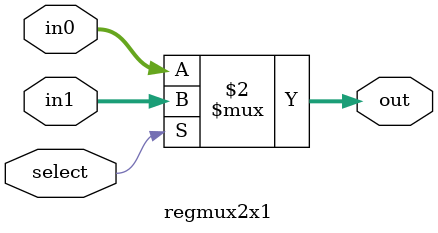
<source format=v>
`timescale 1ns / 1ps

module regmux2x1(
    input wire select,
    input wire [4:0] in0,
    input wire [4:0] in1,
    output wire [4:0] out
);

// 2x1 MUX using a simple assign statement
assign out = (select == 0) ? in0 : in1;

endmodule

</source>
